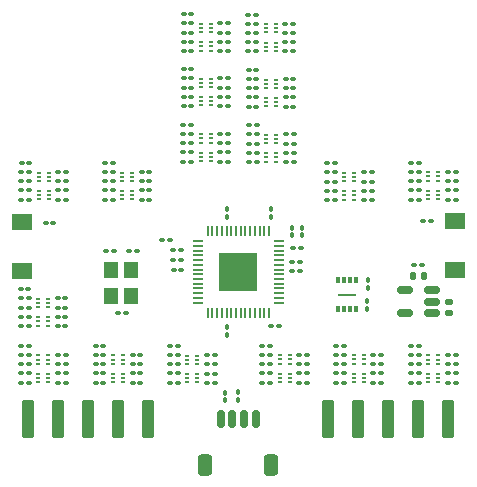
<source format=gbs>
G04 #@! TF.GenerationSoftware,KiCad,Pcbnew,7.0.10-7.0.10~ubuntu22.04.1*
G04 #@! TF.CreationDate,2024-07-08T11:58:00-07:00*
G04 #@! TF.ProjectId,driver_cplex_rp2040,64726976-6572-45f6-9370-6c65785f7270,rev?*
G04 #@! TF.SameCoordinates,Original*
G04 #@! TF.FileFunction,Soldermask,Bot*
G04 #@! TF.FilePolarity,Negative*
%FSLAX46Y46*%
G04 Gerber Fmt 4.6, Leading zero omitted, Abs format (unit mm)*
G04 Created by KiCad (PCBNEW 7.0.10-7.0.10~ubuntu22.04.1) date 2024-07-08 11:58:00*
%MOMM*%
%LPD*%
G01*
G04 APERTURE LIST*
G04 Aperture macros list*
%AMRoundRect*
0 Rectangle with rounded corners*
0 $1 Rounding radius*
0 $2 $3 $4 $5 $6 $7 $8 $9 X,Y pos of 4 corners*
0 Add a 4 corners polygon primitive as box body*
4,1,4,$2,$3,$4,$5,$6,$7,$8,$9,$2,$3,0*
0 Add four circle primitives for the rounded corners*
1,1,$1+$1,$2,$3*
1,1,$1+$1,$4,$5*
1,1,$1+$1,$6,$7*
1,1,$1+$1,$8,$9*
0 Add four rect primitives between the rounded corners*
20,1,$1+$1,$2,$3,$4,$5,0*
20,1,$1+$1,$4,$5,$6,$7,0*
20,1,$1+$1,$6,$7,$8,$9,0*
20,1,$1+$1,$8,$9,$2,$3,0*%
G04 Aperture macros list end*
%ADD10RoundRect,0.100000X0.130000X0.100000X-0.130000X0.100000X-0.130000X-0.100000X0.130000X-0.100000X0*%
%ADD11RoundRect,0.100000X-0.130000X-0.100000X0.130000X-0.100000X0.130000X0.100000X-0.130000X0.100000X0*%
%ADD12R,0.350000X0.200000*%
%ADD13RoundRect,0.140000X-0.140000X-0.170000X0.140000X-0.170000X0.140000X0.170000X-0.140000X0.170000X0*%
%ADD14RoundRect,0.150000X0.150000X0.625000X-0.150000X0.625000X-0.150000X-0.625000X0.150000X-0.625000X0*%
%ADD15RoundRect,0.250000X0.350000X0.650000X-0.350000X0.650000X-0.350000X-0.650000X0.350000X-0.650000X0*%
%ADD16R,1.800000X1.350000*%
%ADD17RoundRect,0.102000X-0.408000X-1.483000X0.408000X-1.483000X0.408000X1.483000X-0.408000X1.483000X0*%
%ADD18R,0.350000X0.490000*%
%ADD19R,1.600000X0.200000*%
%ADD20RoundRect,0.100000X-0.100000X0.130000X-0.100000X-0.130000X0.100000X-0.130000X0.100000X0.130000X0*%
%ADD21R,1.200000X1.400000*%
%ADD22RoundRect,0.100000X0.100000X-0.130000X0.100000X0.130000X-0.100000X0.130000X-0.100000X-0.130000X0*%
%ADD23RoundRect,0.050000X0.050000X-0.387500X0.050000X0.387500X-0.050000X0.387500X-0.050000X-0.387500X0*%
%ADD24RoundRect,0.050000X0.387500X-0.050000X0.387500X0.050000X-0.387500X0.050000X-0.387500X-0.050000X0*%
%ADD25R,3.200000X3.200000*%
%ADD26RoundRect,0.150000X0.512500X0.150000X-0.512500X0.150000X-0.512500X-0.150000X0.512500X-0.150000X0*%
%ADD27RoundRect,0.140000X0.170000X-0.140000X0.170000X0.140000X-0.170000X0.140000X-0.170000X-0.140000X0*%
G04 APERTURE END LIST*
D10*
X55355000Y-77340000D03*
X54715000Y-77340000D03*
X61688400Y-82125800D03*
X61048400Y-82125800D03*
X78945000Y-79000000D03*
X78305000Y-79000000D03*
X85265000Y-79770000D03*
X84625000Y-79770000D03*
X71485000Y-51720000D03*
X70845000Y-51720000D03*
D11*
X81435000Y-80560000D03*
X82075000Y-80560000D03*
D12*
X74335000Y-79810000D03*
X74335000Y-80160000D03*
X74335000Y-80510000D03*
X73485000Y-80510000D03*
X73485000Y-80160000D03*
X73485000Y-79810000D03*
D11*
X70845000Y-52520000D03*
X71485000Y-52520000D03*
X87745000Y-65060000D03*
X88385000Y-65060000D03*
X87745000Y-65820000D03*
X88385000Y-65820000D03*
D10*
X52240000Y-79000000D03*
X51600000Y-79000000D03*
X86280000Y-68400000D03*
X85640000Y-68400000D03*
D11*
X60745000Y-71010000D03*
X61385000Y-71010000D03*
D13*
X84760000Y-73090000D03*
X85720000Y-73090000D03*
D12*
X60222400Y-79814400D03*
X60222400Y-80164400D03*
X60222400Y-80514400D03*
X59372400Y-80514400D03*
X59372400Y-80164400D03*
X59372400Y-79814400D03*
D10*
X52265000Y-66650000D03*
X51625000Y-66650000D03*
D11*
X84635000Y-81330000D03*
X85275000Y-81330000D03*
D12*
X53900000Y-76590000D03*
X53900000Y-76940000D03*
X53900000Y-77290000D03*
X53050000Y-77290000D03*
X53050000Y-76940000D03*
X53050000Y-76590000D03*
D10*
X82070000Y-82120000D03*
X81430000Y-82120000D03*
X65985000Y-63410000D03*
X65345000Y-63410000D03*
D12*
X86940000Y-81380000D03*
X86940000Y-81730000D03*
X86940000Y-82080000D03*
X86090000Y-82080000D03*
X86090000Y-81730000D03*
X86090000Y-81380000D03*
D11*
X68475000Y-53250000D03*
X69115000Y-53250000D03*
X74030000Y-62650000D03*
X74670000Y-62650000D03*
X61044200Y-80551000D03*
X61684200Y-80551000D03*
D14*
X71500000Y-85200000D03*
X70500000Y-85200000D03*
X69500000Y-85200000D03*
X68500000Y-85200000D03*
D15*
X72800000Y-89075000D03*
X67200000Y-89075000D03*
D11*
X70845000Y-53280000D03*
X71485000Y-53280000D03*
D12*
X60222400Y-81375000D03*
X60222400Y-81725000D03*
X60222400Y-82075000D03*
X59372400Y-82075000D03*
X59372400Y-81725000D03*
X59372400Y-81375000D03*
D10*
X85265000Y-63500000D03*
X84625000Y-63500000D03*
D11*
X58715000Y-65080000D03*
X59355000Y-65080000D03*
D16*
X88320000Y-68395000D03*
X88320000Y-72545000D03*
D10*
X59355000Y-66640000D03*
X58715000Y-66640000D03*
D12*
X86940000Y-79820000D03*
X86940000Y-80170000D03*
X86940000Y-80520000D03*
X86090000Y-80520000D03*
X86090000Y-80170000D03*
X86090000Y-79820000D03*
D11*
X70885000Y-57970000D03*
X71525000Y-57970000D03*
D12*
X67670000Y-57950000D03*
X67670000Y-58300000D03*
X67670000Y-58650000D03*
X66820000Y-58650000D03*
X66820000Y-58300000D03*
X66820000Y-57950000D03*
X67670000Y-56390000D03*
X67670000Y-56740000D03*
X67670000Y-57090000D03*
X66820000Y-57090000D03*
X66820000Y-56740000D03*
X66820000Y-56390000D03*
D11*
X73965000Y-52520000D03*
X74605000Y-52520000D03*
X84635000Y-80570000D03*
X85275000Y-80570000D03*
X81440000Y-81330000D03*
X82080000Y-81330000D03*
D10*
X67980000Y-82140000D03*
X67340000Y-82140000D03*
X88385000Y-66620000D03*
X87745000Y-66620000D03*
D12*
X61020000Y-65890000D03*
X61020000Y-66240000D03*
X61020000Y-66590000D03*
X60170000Y-66590000D03*
X60170000Y-66240000D03*
X60170000Y-65890000D03*
D10*
X71525000Y-58770000D03*
X70885000Y-58770000D03*
D11*
X74030000Y-61090000D03*
X74670000Y-61090000D03*
X65365000Y-57900000D03*
X66005000Y-57900000D03*
D12*
X80610000Y-79810000D03*
X80610000Y-80160000D03*
X80610000Y-80510000D03*
X79760000Y-80510000D03*
X79760000Y-80160000D03*
X79760000Y-79810000D03*
X86930000Y-64310000D03*
X86930000Y-64660000D03*
X86930000Y-65010000D03*
X86080000Y-65010000D03*
X86080000Y-64660000D03*
X86080000Y-64310000D03*
D10*
X66005000Y-55580000D03*
X65365000Y-55580000D03*
D11*
X64495000Y-70920000D03*
X65135000Y-70920000D03*
X51605000Y-80570000D03*
X52245000Y-80570000D03*
X68465000Y-61050000D03*
X69105000Y-61050000D03*
D10*
X52235000Y-77340000D03*
X51595000Y-77340000D03*
X65995000Y-51690000D03*
X65355000Y-51690000D03*
D11*
X54745000Y-65850000D03*
X55385000Y-65850000D03*
D17*
X77620000Y-85217000D03*
X80160000Y-85217000D03*
X82700000Y-85217000D03*
X85240000Y-85217000D03*
X87780000Y-85217000D03*
D10*
X71530000Y-56410000D03*
X70890000Y-56410000D03*
X65985000Y-61050000D03*
X65345000Y-61050000D03*
X74605000Y-54080000D03*
X73965000Y-54080000D03*
X85265000Y-64260000D03*
X84625000Y-64260000D03*
D11*
X68485000Y-57900000D03*
X69125000Y-57900000D03*
X80645000Y-65870000D03*
X81285000Y-65870000D03*
X59820000Y-76210000D03*
X60460000Y-76210000D03*
D10*
X52223200Y-74219200D03*
X51583200Y-74219200D03*
D11*
X54715000Y-75780000D03*
X55355000Y-75780000D03*
X64500000Y-71710000D03*
X65140000Y-71710000D03*
X87755000Y-80570000D03*
X88395000Y-80570000D03*
X63575000Y-70070000D03*
X64215000Y-70070000D03*
D10*
X55385000Y-66650000D03*
X54745000Y-66650000D03*
D11*
X68475000Y-51690000D03*
X69115000Y-51690000D03*
X77525000Y-65870000D03*
X78165000Y-65870000D03*
X54735000Y-80570000D03*
X55375000Y-80570000D03*
D12*
X61020000Y-64330000D03*
X61020000Y-64680000D03*
X61020000Y-65030000D03*
X60170000Y-65030000D03*
X60170000Y-64680000D03*
X60170000Y-64330000D03*
D10*
X71525000Y-55650000D03*
X70885000Y-55650000D03*
X71550000Y-63450000D03*
X70910000Y-63450000D03*
D12*
X53910000Y-79820000D03*
X53910000Y-80170000D03*
X53910000Y-80520000D03*
X53060000Y-80520000D03*
X53060000Y-80170000D03*
X53060000Y-79820000D03*
D10*
X78945000Y-79760000D03*
X78305000Y-79760000D03*
X58555000Y-82130000D03*
X57915000Y-82130000D03*
D11*
X58715000Y-65840000D03*
X59355000Y-65840000D03*
X68475000Y-52490000D03*
X69115000Y-52490000D03*
X65345000Y-61850000D03*
X65985000Y-61850000D03*
D18*
X79950000Y-75890000D03*
X79450000Y-75890000D03*
X78950000Y-75890000D03*
X78450000Y-75890000D03*
X78450000Y-73450000D03*
X78950000Y-73450000D03*
X79450000Y-73450000D03*
X79950000Y-73450000D03*
D19*
X79200000Y-74670000D03*
D11*
X87745000Y-64260000D03*
X88385000Y-64260000D03*
X64215000Y-80580000D03*
X64855000Y-80580000D03*
X54735000Y-81340000D03*
X55375000Y-81340000D03*
X65350000Y-62610000D03*
X65990000Y-62610000D03*
D10*
X85265000Y-66620000D03*
X84625000Y-66620000D03*
X75295000Y-70680000D03*
X74655000Y-70680000D03*
D11*
X68485000Y-57140000D03*
X69125000Y-57140000D03*
D20*
X74530000Y-69020000D03*
X74530000Y-69660000D03*
D10*
X65995000Y-54050000D03*
X65355000Y-54050000D03*
X59355000Y-63520000D03*
X58715000Y-63520000D03*
D11*
X68465000Y-62610000D03*
X69105000Y-62610000D03*
D12*
X53930000Y-64340000D03*
X53930000Y-64690000D03*
X53930000Y-65040000D03*
X53080000Y-65040000D03*
X53080000Y-64690000D03*
X53080000Y-64340000D03*
X53930000Y-65900000D03*
X53930000Y-66250000D03*
X53930000Y-66600000D03*
X53080000Y-66600000D03*
X53080000Y-66250000D03*
X53080000Y-65900000D03*
D16*
X51680000Y-72710000D03*
X51680000Y-68560000D03*
D21*
X60950000Y-72570000D03*
X60950000Y-74770000D03*
X59250000Y-74770000D03*
X59250000Y-72570000D03*
D22*
X80940000Y-74090000D03*
X80940000Y-73450000D03*
D10*
X78945000Y-82120000D03*
X78305000Y-82120000D03*
X75210000Y-72630000D03*
X74570000Y-72630000D03*
D11*
X74030000Y-61890000D03*
X74670000Y-61890000D03*
D12*
X67650000Y-61100000D03*
X67650000Y-61450000D03*
X67650000Y-61800000D03*
X66800000Y-61800000D03*
X66800000Y-61450000D03*
X66800000Y-61100000D03*
D11*
X57920000Y-80570000D03*
X58560000Y-80570000D03*
D12*
X80610000Y-81370000D03*
X80610000Y-81720000D03*
X80610000Y-82070000D03*
X79760000Y-82070000D03*
X79760000Y-81720000D03*
X79760000Y-81370000D03*
D11*
X78305000Y-80560000D03*
X78945000Y-80560000D03*
D10*
X78165000Y-66670000D03*
X77525000Y-66670000D03*
D11*
X65365000Y-57140000D03*
X66005000Y-57140000D03*
D17*
X52220000Y-85217000D03*
X54760000Y-85217000D03*
X57300000Y-85217000D03*
X59840000Y-85217000D03*
X62380000Y-85217000D03*
D11*
X61835000Y-65840000D03*
X62475000Y-65840000D03*
D10*
X85265000Y-79010000D03*
X84625000Y-79010000D03*
D11*
X61044200Y-79763600D03*
X61684200Y-79763600D03*
X51605000Y-81330000D03*
X52245000Y-81330000D03*
D12*
X53910000Y-81380000D03*
X53910000Y-81730000D03*
X53910000Y-82080000D03*
X53060000Y-82080000D03*
X53060000Y-81730000D03*
X53060000Y-81380000D03*
D11*
X74005000Y-56410000D03*
X74645000Y-56410000D03*
X64215000Y-81340000D03*
X64855000Y-81340000D03*
D23*
X72600000Y-76187500D03*
X72200000Y-76187500D03*
X71800000Y-76187500D03*
X71400000Y-76187500D03*
X71000000Y-76187500D03*
X70600000Y-76187500D03*
X70200000Y-76187500D03*
X69800000Y-76187500D03*
X69400000Y-76187500D03*
X69000000Y-76187500D03*
X68600000Y-76187500D03*
X68200000Y-76187500D03*
X67800000Y-76187500D03*
X67400000Y-76187500D03*
D24*
X66562500Y-75350000D03*
X66562500Y-74950000D03*
X66562500Y-74550000D03*
X66562500Y-74150000D03*
X66562500Y-73750000D03*
X66562500Y-73350000D03*
X66562500Y-72950000D03*
X66562500Y-72550000D03*
X66562500Y-72150000D03*
X66562500Y-71750000D03*
X66562500Y-71350000D03*
X66562500Y-70950000D03*
X66562500Y-70550000D03*
X66562500Y-70150000D03*
D23*
X67400000Y-69312500D03*
X67800000Y-69312500D03*
X68200000Y-69312500D03*
X68600000Y-69312500D03*
X69000000Y-69312500D03*
X69400000Y-69312500D03*
X69800000Y-69312500D03*
X70200000Y-69312500D03*
X70600000Y-69312500D03*
X71000000Y-69312500D03*
X71400000Y-69312500D03*
X71800000Y-69312500D03*
X72200000Y-69312500D03*
X72600000Y-69312500D03*
D24*
X73437500Y-70150000D03*
X73437500Y-70550000D03*
X73437500Y-70950000D03*
X73437500Y-71350000D03*
X73437500Y-71750000D03*
X73437500Y-72150000D03*
X73437500Y-72550000D03*
X73437500Y-72950000D03*
X73437500Y-73350000D03*
X73437500Y-73750000D03*
X73437500Y-74150000D03*
X73437500Y-74550000D03*
X73437500Y-74950000D03*
X73437500Y-75350000D03*
D25*
X70000000Y-72750000D03*
D10*
X78165000Y-63540000D03*
X77525000Y-63540000D03*
D12*
X73190000Y-56460000D03*
X73190000Y-56810000D03*
X73190000Y-57160000D03*
X72340000Y-57160000D03*
X72340000Y-56810000D03*
X72340000Y-56460000D03*
D10*
X71550000Y-60330000D03*
X70910000Y-60330000D03*
D22*
X69950000Y-83590000D03*
X69950000Y-82950000D03*
D11*
X70910000Y-61890000D03*
X71550000Y-61890000D03*
D10*
X65995000Y-50930000D03*
X65355000Y-50930000D03*
X81285000Y-66670000D03*
X80645000Y-66670000D03*
D20*
X75350000Y-69020000D03*
X75350000Y-69660000D03*
D11*
X61835000Y-65080000D03*
X62475000Y-65080000D03*
D12*
X73190000Y-58020000D03*
X73190000Y-58370000D03*
X73190000Y-58720000D03*
X72340000Y-58720000D03*
X72340000Y-58370000D03*
X72340000Y-58020000D03*
D11*
X57920000Y-81330000D03*
X58560000Y-81330000D03*
X68465000Y-61850000D03*
X69105000Y-61850000D03*
D12*
X73215000Y-61140000D03*
X73215000Y-61490000D03*
X73215000Y-61840000D03*
X72365000Y-61840000D03*
X72365000Y-61490000D03*
X72365000Y-61140000D03*
X67650000Y-62660000D03*
X67650000Y-63010000D03*
X67650000Y-63360000D03*
X66800000Y-63360000D03*
X66800000Y-63010000D03*
X66800000Y-62660000D03*
D11*
X61835000Y-64280000D03*
X62475000Y-64280000D03*
D10*
X75790000Y-82120000D03*
X75150000Y-82120000D03*
X52245000Y-79770000D03*
X51605000Y-79770000D03*
D20*
X72760000Y-67455000D03*
X72760000Y-68095000D03*
D10*
X64855000Y-82140000D03*
X64215000Y-82140000D03*
D11*
X51595000Y-76540000D03*
X52235000Y-76540000D03*
D12*
X73150000Y-51770000D03*
X73150000Y-52120000D03*
X73150000Y-52470000D03*
X72300000Y-52470000D03*
X72300000Y-52120000D03*
X72300000Y-51770000D03*
D10*
X59355000Y-64280000D03*
X58715000Y-64280000D03*
D11*
X87755000Y-81330000D03*
X88395000Y-81330000D03*
X87760000Y-79770000D03*
X88400000Y-79770000D03*
X70910000Y-62650000D03*
X71550000Y-62650000D03*
D12*
X73150000Y-53330000D03*
X73150000Y-53680000D03*
X73150000Y-54030000D03*
X72300000Y-54030000D03*
X72300000Y-53680000D03*
X72300000Y-53330000D03*
D11*
X74005000Y-57970000D03*
X74645000Y-57970000D03*
D10*
X69105000Y-63410000D03*
X68465000Y-63410000D03*
D11*
X70890000Y-57210000D03*
X71530000Y-57210000D03*
D10*
X64855000Y-79020000D03*
X64215000Y-79020000D03*
X78165000Y-64310000D03*
X77525000Y-64310000D03*
D11*
X73965000Y-53280000D03*
X74605000Y-53280000D03*
X75155000Y-79760000D03*
X75795000Y-79760000D03*
D12*
X53900000Y-75030000D03*
X53900000Y-75380000D03*
X53900000Y-75730000D03*
X53050000Y-75730000D03*
X53050000Y-75380000D03*
X53050000Y-75030000D03*
D11*
X80645000Y-64310000D03*
X81285000Y-64310000D03*
D10*
X69125000Y-58700000D03*
X68485000Y-58700000D03*
D11*
X64510000Y-72550000D03*
X65150000Y-72550000D03*
X67340000Y-80580000D03*
X67980000Y-80580000D03*
D10*
X72670000Y-82120000D03*
X72030000Y-82120000D03*
D12*
X66520000Y-79830000D03*
X66520000Y-80180000D03*
X66520000Y-80530000D03*
X65670000Y-80530000D03*
X65670000Y-80180000D03*
X65670000Y-79830000D03*
X67660000Y-53300000D03*
X67660000Y-53650000D03*
X67660000Y-54000000D03*
X66810000Y-54000000D03*
X66810000Y-53650000D03*
X66810000Y-53300000D03*
D11*
X74005000Y-57210000D03*
X74645000Y-57210000D03*
X80645000Y-65110000D03*
X81285000Y-65110000D03*
D10*
X66005000Y-58700000D03*
X65365000Y-58700000D03*
X66005000Y-56340000D03*
X65365000Y-56340000D03*
X69115000Y-54050000D03*
X68475000Y-54050000D03*
X74670000Y-63450000D03*
X74030000Y-63450000D03*
D11*
X73965000Y-51720000D03*
X74605000Y-51720000D03*
X53705000Y-68570000D03*
X54345000Y-68570000D03*
X51625000Y-65850000D03*
X52265000Y-65850000D03*
D10*
X73445000Y-77300000D03*
X72805000Y-77300000D03*
D11*
X54715000Y-74980000D03*
X55355000Y-74980000D03*
D10*
X74645000Y-58770000D03*
X74005000Y-58770000D03*
D11*
X54745000Y-64290000D03*
X55385000Y-64290000D03*
X84625000Y-65820000D03*
X85265000Y-65820000D03*
D10*
X85275000Y-82130000D03*
X84635000Y-82130000D03*
D11*
X54735000Y-79770000D03*
X55375000Y-79770000D03*
X75150000Y-81320000D03*
X75790000Y-81320000D03*
X67340000Y-81350000D03*
X67980000Y-81350000D03*
D12*
X66520000Y-81390000D03*
X66520000Y-81740000D03*
X66520000Y-82090000D03*
X65670000Y-82090000D03*
X65670000Y-81740000D03*
X65670000Y-81390000D03*
X73215000Y-62700000D03*
X73215000Y-63050000D03*
X73215000Y-63400000D03*
X72365000Y-63400000D03*
X72365000Y-63050000D03*
X72365000Y-62700000D03*
D10*
X65985000Y-60290000D03*
X65345000Y-60290000D03*
D12*
X79830000Y-64360000D03*
X79830000Y-64710000D03*
X79830000Y-65060000D03*
X78980000Y-65060000D03*
X78980000Y-64710000D03*
X78980000Y-64360000D03*
D22*
X69000000Y-78075000D03*
X69000000Y-77435000D03*
D11*
X51595000Y-75780000D03*
X52235000Y-75780000D03*
X67340000Y-79780000D03*
X67980000Y-79780000D03*
D10*
X71550000Y-61090000D03*
X70910000Y-61090000D03*
X62475000Y-66640000D03*
X61835000Y-66640000D03*
D11*
X54745000Y-65090000D03*
X55385000Y-65090000D03*
D10*
X72670000Y-79000000D03*
X72030000Y-79000000D03*
X71485000Y-50960000D03*
X70845000Y-50960000D03*
D20*
X69010000Y-67435000D03*
X69010000Y-68075000D03*
D11*
X65355000Y-53250000D03*
X65995000Y-53250000D03*
X72030000Y-80560000D03*
X72670000Y-80560000D03*
X72030000Y-81320000D03*
X72670000Y-81320000D03*
D10*
X71485000Y-54080000D03*
X70845000Y-54080000D03*
D11*
X81430000Y-79760000D03*
X82070000Y-79760000D03*
X61048400Y-81338400D03*
X61688400Y-81338400D03*
D10*
X59445000Y-71010000D03*
X58805000Y-71010000D03*
X72670000Y-79760000D03*
X72030000Y-79760000D03*
D11*
X84625000Y-65060000D03*
X85265000Y-65060000D03*
X77525000Y-65110000D03*
X78165000Y-65110000D03*
D22*
X68830000Y-83600000D03*
X68830000Y-82960000D03*
D11*
X54715000Y-76550000D03*
X55355000Y-76550000D03*
D26*
X86358500Y-74303200D03*
X86358500Y-75253200D03*
X86358500Y-76203200D03*
X84083500Y-76203200D03*
X84083500Y-74303200D03*
D12*
X67660000Y-51740000D03*
X67660000Y-52090000D03*
X67660000Y-52440000D03*
X66810000Y-52440000D03*
X66810000Y-52090000D03*
X66810000Y-51740000D03*
D11*
X65355000Y-52490000D03*
X65995000Y-52490000D03*
D12*
X86930000Y-65870000D03*
X86930000Y-66220000D03*
X86930000Y-66570000D03*
X86080000Y-66570000D03*
X86080000Y-66220000D03*
X86080000Y-65870000D03*
D10*
X75210000Y-71870000D03*
X74570000Y-71870000D03*
D11*
X68485000Y-56340000D03*
X69125000Y-56340000D03*
D10*
X55375000Y-82130000D03*
X54735000Y-82130000D03*
X52265000Y-64290000D03*
X51625000Y-64290000D03*
D12*
X79830000Y-65920000D03*
X79830000Y-66270000D03*
X79830000Y-66620000D03*
X78980000Y-66620000D03*
X78980000Y-66270000D03*
X78980000Y-65920000D03*
D10*
X52235000Y-74980000D03*
X51595000Y-74980000D03*
D11*
X51645000Y-63490000D03*
X52285000Y-63490000D03*
D10*
X58560000Y-79763600D03*
X57920000Y-79763600D03*
X88395000Y-82130000D03*
X87755000Y-82130000D03*
D11*
X78305000Y-81320000D03*
X78945000Y-81320000D03*
D10*
X52245000Y-82120000D03*
X51605000Y-82120000D03*
D11*
X51625000Y-65090000D03*
X52265000Y-65090000D03*
D27*
X87870000Y-76240000D03*
X87870000Y-75280000D03*
D20*
X80930000Y-75245000D03*
X80930000Y-75885000D03*
D10*
X58565000Y-79000000D03*
X57925000Y-79000000D03*
X85545000Y-72130000D03*
X84905000Y-72130000D03*
X64855000Y-79780000D03*
X64215000Y-79780000D03*
D12*
X74335000Y-81370000D03*
X74335000Y-81720000D03*
X74335000Y-82070000D03*
X73485000Y-82070000D03*
X73485000Y-81720000D03*
X73485000Y-81370000D03*
D11*
X75150000Y-80560000D03*
X75790000Y-80560000D03*
M02*

</source>
